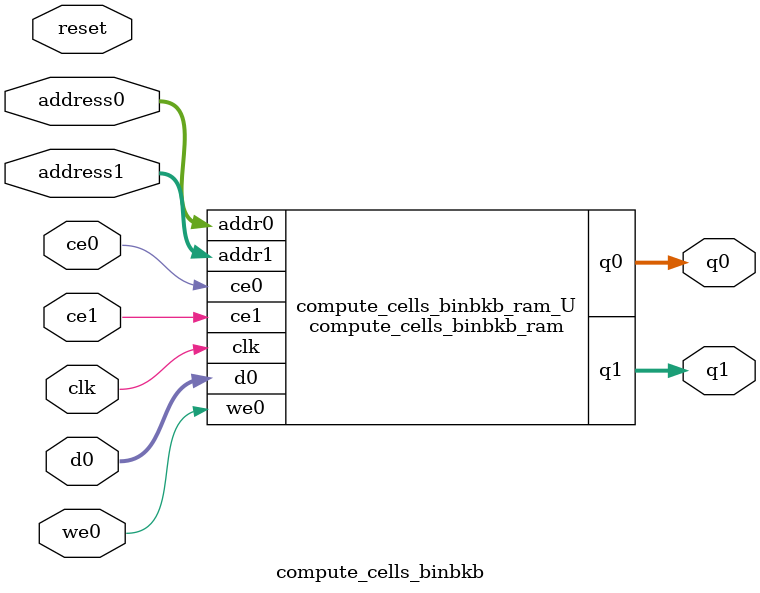
<source format=v>

`timescale 1 ns / 1 ps
module compute_cells_binbkb_ram (addr0, ce0, d0, we0, q0, addr1, ce1, q1,  clk);

parameter DWIDTH = 32;
parameter AWIDTH = 4;
parameter MEM_SIZE = 9;

input[AWIDTH-1:0] addr0;
input ce0;
input[DWIDTH-1:0] d0;
input we0;
output reg[DWIDTH-1:0] q0;
input[AWIDTH-1:0] addr1;
input ce1;
output reg[DWIDTH-1:0] q1;
input clk;

(* ram_style = "distributed" *)reg [DWIDTH-1:0] ram[0:MEM_SIZE-1];




always @(posedge clk)  
begin 
    if (ce0) 
    begin
        if (we0) 
        begin 
            ram[addr0] <= d0; 
            q0 <= d0;
        end 
        else 
            q0 <= ram[addr0];
    end
end


always @(posedge clk)  
begin 
    if (ce1) 
    begin
            q1 <= ram[addr1];
    end
end


endmodule


`timescale 1 ns / 1 ps
module compute_cells_binbkb(
    reset,
    clk,
    address0,
    ce0,
    we0,
    d0,
    q0,
    address1,
    ce1,
    q1);

parameter DataWidth = 32'd32;
parameter AddressRange = 32'd9;
parameter AddressWidth = 32'd4;
input reset;
input clk;
input[AddressWidth - 1:0] address0;
input ce0;
input we0;
input[DataWidth - 1:0] d0;
output[DataWidth - 1:0] q0;
input[AddressWidth - 1:0] address1;
input ce1;
output[DataWidth - 1:0] q1;



compute_cells_binbkb_ram compute_cells_binbkb_ram_U(
    .clk( clk ),
    .addr0( address0 ),
    .ce0( ce0 ),
    .d0( d0 ),
    .we0( we0 ),
    .q0( q0 ),
    .addr1( address1 ),
    .ce1( ce1 ),
    .q1( q1 ));

endmodule


</source>
